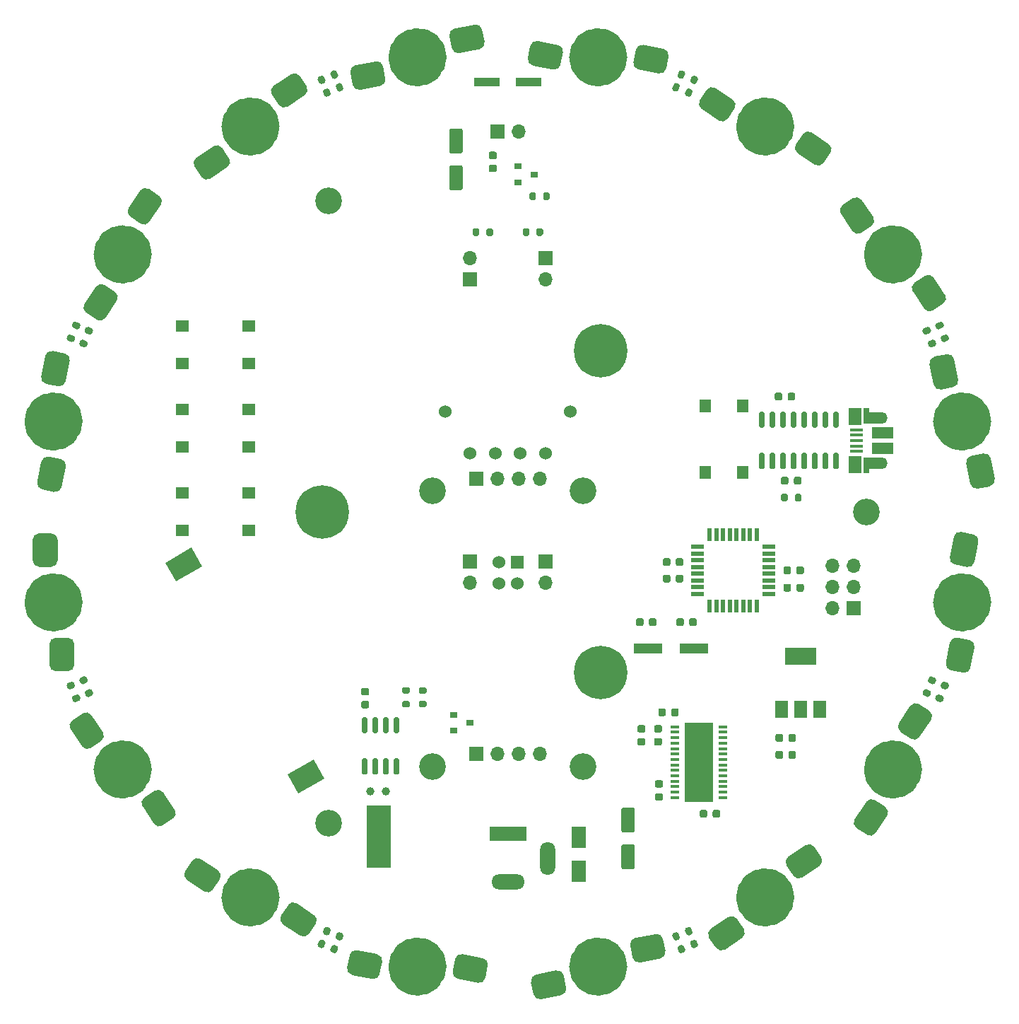
<source format=gts>
%TF.GenerationSoftware,KiCad,Pcbnew,5.1.10-88a1d61d58~88~ubuntu18.04.1*%
%TF.CreationDate,2021-07-16T18:03:04+01:00*%
%TF.ProjectId,NerdClock,4e657264-436c-46f6-936b-2e6b69636164,rev?*%
%TF.SameCoordinates,Original*%
%TF.FileFunction,Soldermask,Top*%
%TF.FilePolarity,Negative*%
%FSLAX46Y46*%
G04 Gerber Fmt 4.6, Leading zero omitted, Abs format (unit mm)*
G04 Created by KiCad (PCBNEW 5.1.10-88a1d61d58~88~ubuntu18.04.1) date 2021-07-16 18:03:04*
%MOMM*%
%LPD*%
G01*
G04 APERTURE LIST*
%ADD10C,0.100000*%
%ADD11C,3.500000*%
%ADD12R,1.600000X1.400000*%
%ADD13R,1.700000X1.700000*%
%ADD14O,1.700000X1.700000*%
%ADD15C,1.524000*%
%ADD16R,1.100000X0.400000*%
%ADD17R,3.400000X9.500000*%
%ADD18C,3.200000*%
%ADD19C,6.400000*%
%ADD20C,0.800000*%
%ADD21O,1.800000X4.000000*%
%ADD22O,4.000000X1.800000*%
%ADD23R,4.400000X1.800000*%
%ADD24R,2.000000X1.350000*%
%ADD25R,0.700000X1.825000*%
%ADD26R,1.500000X2.000000*%
%ADD27R,1.650000X0.400000*%
%ADD28O,1.500000X1.100000*%
%ADD29O,1.700000X1.350000*%
%ADD30R,2.500000X1.430000*%
%ADD31R,0.900000X0.800000*%
%ADD32R,1.400000X1.600000*%
%ADD33R,3.800000X2.000000*%
%ADD34R,1.600000X0.550000*%
%ADD35R,0.550000X1.600000*%
%ADD36R,1.524000X1.524000*%
%ADD37R,3.500000X1.200000*%
%ADD38C,1.000000*%
%ADD39R,3.150000X1.000000*%
%ADD40R,1.800000X2.500000*%
G04 APERTURE END LIST*
D10*
G36*
X85852000Y-142494000D02*
G01*
X83058000Y-142494000D01*
X83058000Y-135128000D01*
X85852000Y-135128000D01*
X85852000Y-142494000D01*
G37*
X85852000Y-142494000D02*
X83058000Y-142494000D01*
X83058000Y-135128000D01*
X85852000Y-135128000D01*
X85852000Y-142494000D01*
D11*
X90922000Y-45566000D02*
G75*
G03*
X90922000Y-45566000I-1750000J0D01*
G01*
X70916000Y-53853000D02*
G75*
G03*
X70916000Y-53853000I-1750000J0D01*
G01*
X55603000Y-69166000D02*
G75*
G03*
X55603000Y-69166000I-1750000J0D01*
G01*
X47316000Y-89172000D02*
G75*
G03*
X47316000Y-89172000I-1750000J0D01*
G01*
X47316000Y-110828000D02*
G75*
G03*
X47316000Y-110828000I-1750000J0D01*
G01*
X55603000Y-130834000D02*
G75*
G03*
X55603000Y-130834000I-1750000J0D01*
G01*
X70916000Y-146147000D02*
G75*
G03*
X70916000Y-146147000I-1750000J0D01*
G01*
X90922000Y-154434000D02*
G75*
G03*
X90922000Y-154434000I-1750000J0D01*
G01*
X112578000Y-154434000D02*
G75*
G03*
X112578000Y-154434000I-1750000J0D01*
G01*
X132584000Y-146147000D02*
G75*
G03*
X132584000Y-146147000I-1750000J0D01*
G01*
X147897000Y-130834000D02*
G75*
G03*
X147897000Y-130834000I-1750000J0D01*
G01*
X156184000Y-110828000D02*
G75*
G03*
X156184000Y-110828000I-1750000J0D01*
G01*
X156184000Y-89172000D02*
G75*
G03*
X156184000Y-89172000I-1750000J0D01*
G01*
X147897000Y-69166000D02*
G75*
G03*
X147897000Y-69166000I-1750000J0D01*
G01*
X132584000Y-53853000D02*
G75*
G03*
X132584000Y-53853000I-1750000J0D01*
G01*
X112578000Y-45566000D02*
G75*
G03*
X112578000Y-45566000I-1750000J0D01*
G01*
D12*
X61000000Y-82250000D03*
X69000000Y-82250000D03*
X61000000Y-77750000D03*
X69000000Y-77750000D03*
D13*
X96190000Y-96000000D03*
D14*
X98730000Y-96000000D03*
X101270000Y-96000000D03*
X103810000Y-96000000D03*
X103810000Y-129000000D03*
X101270000Y-129000000D03*
X98730000Y-129000000D03*
D13*
X96190000Y-129000000D03*
D15*
X95500000Y-93000000D03*
X98500000Y-93000000D03*
X101500000Y-93000000D03*
X104500000Y-93000000D03*
X92500000Y-88000000D03*
X107500000Y-88000000D03*
D16*
X120056000Y-125738000D03*
X120056000Y-126388000D03*
X120056000Y-127038000D03*
X120056000Y-127688000D03*
X120056000Y-128338000D03*
X120056000Y-128988000D03*
X120056000Y-129638000D03*
X120056000Y-130288000D03*
X120056000Y-130938000D03*
X120056000Y-131588000D03*
X120056000Y-132238000D03*
X120056000Y-132888000D03*
X120056000Y-133538000D03*
X120056000Y-134188000D03*
X125756000Y-134188000D03*
X125756000Y-133538000D03*
X125756000Y-132888000D03*
X125756000Y-132238000D03*
X125756000Y-131588000D03*
X125756000Y-130938000D03*
X125756000Y-130288000D03*
X125756000Y-129638000D03*
X125756000Y-128988000D03*
X125756000Y-128338000D03*
X125756000Y-127688000D03*
X125756000Y-127038000D03*
X125756000Y-126388000D03*
X125756000Y-125738000D03*
D17*
X122906000Y-129963000D03*
D18*
X109000000Y-130500000D03*
D19*
X111114000Y-80749000D03*
D20*
X113514000Y-80749000D03*
X112811056Y-82446056D03*
X111114000Y-83149000D03*
X109416944Y-82446056D03*
X108714000Y-80749000D03*
X109416944Y-79051944D03*
X111114000Y-78349000D03*
X112811056Y-79051944D03*
D19*
X111114000Y-119251000D03*
D20*
X113514000Y-119251000D03*
X112811056Y-120948056D03*
X111114000Y-121651000D03*
X109416944Y-120948056D03*
X108714000Y-119251000D03*
X109416944Y-117553944D03*
X111114000Y-116851000D03*
X112811056Y-117553944D03*
X79468056Y-98302944D03*
X77771000Y-97600000D03*
X76073944Y-98302944D03*
X75371000Y-100000000D03*
X76073944Y-101697056D03*
X77771000Y-102400000D03*
X79468056Y-101697056D03*
X80171000Y-100000000D03*
D19*
X77771000Y-100000000D03*
D10*
G36*
X73616154Y-131461439D02*
G01*
X76733846Y-129661439D01*
X78033846Y-131913105D01*
X74916154Y-133713105D01*
X73616154Y-131461439D01*
G37*
G36*
X58966154Y-106086895D02*
G01*
X62083846Y-104286895D01*
X63383846Y-106538561D01*
X60266154Y-108338561D01*
X58966154Y-106086895D01*
G37*
G36*
G01*
X113850000Y-135400000D02*
X114950000Y-135400000D01*
G75*
G02*
X115200000Y-135650000I0J-250000D01*
G01*
X115200000Y-138150000D01*
G75*
G02*
X114950000Y-138400000I-250000J0D01*
G01*
X113850000Y-138400000D01*
G75*
G02*
X113600000Y-138150000I0J250000D01*
G01*
X113600000Y-135650000D01*
G75*
G02*
X113850000Y-135400000I250000J0D01*
G01*
G37*
G36*
G01*
X113850000Y-139800000D02*
X114950000Y-139800000D01*
G75*
G02*
X115200000Y-140050000I0J-250000D01*
G01*
X115200000Y-142550000D01*
G75*
G02*
X114950000Y-142800000I-250000J0D01*
G01*
X113850000Y-142800000D01*
G75*
G02*
X113600000Y-142550000I0J250000D01*
G01*
X113600000Y-140050000D01*
G75*
G02*
X113850000Y-139800000I250000J0D01*
G01*
G37*
G36*
G01*
X132969000Y-128838000D02*
X132969000Y-129338000D01*
G75*
G02*
X132744000Y-129563000I-225000J0D01*
G01*
X132294000Y-129563000D01*
G75*
G02*
X132069000Y-129338000I0J225000D01*
G01*
X132069000Y-128838000D01*
G75*
G02*
X132294000Y-128613000I225000J0D01*
G01*
X132744000Y-128613000D01*
G75*
G02*
X132969000Y-128838000I0J-225000D01*
G01*
G37*
G36*
G01*
X134519000Y-128838000D02*
X134519000Y-129338000D01*
G75*
G02*
X134294000Y-129563000I-225000J0D01*
G01*
X133844000Y-129563000D01*
G75*
G02*
X133619000Y-129338000I0J225000D01*
G01*
X133619000Y-128838000D01*
G75*
G02*
X133844000Y-128613000I225000J0D01*
G01*
X134294000Y-128613000D01*
G75*
G02*
X134519000Y-128838000I0J-225000D01*
G01*
G37*
G36*
G01*
X134519000Y-126806000D02*
X134519000Y-127306000D01*
G75*
G02*
X134294000Y-127531000I-225000J0D01*
G01*
X133844000Y-127531000D01*
G75*
G02*
X133619000Y-127306000I0J225000D01*
G01*
X133619000Y-126806000D01*
G75*
G02*
X133844000Y-126581000I225000J0D01*
G01*
X134294000Y-126581000D01*
G75*
G02*
X134519000Y-126806000I0J-225000D01*
G01*
G37*
G36*
G01*
X132969000Y-126806000D02*
X132969000Y-127306000D01*
G75*
G02*
X132744000Y-127531000I-225000J0D01*
G01*
X132294000Y-127531000D01*
G75*
G02*
X132069000Y-127306000I0J225000D01*
G01*
X132069000Y-126806000D01*
G75*
G02*
X132294000Y-126581000I225000J0D01*
G01*
X132744000Y-126581000D01*
G75*
G02*
X132969000Y-126806000I0J-225000D01*
G01*
G37*
G36*
G01*
X120475000Y-123750000D02*
X120475000Y-124250000D01*
G75*
G02*
X120250000Y-124475000I-225000J0D01*
G01*
X119800000Y-124475000D01*
G75*
G02*
X119575000Y-124250000I0J225000D01*
G01*
X119575000Y-123750000D01*
G75*
G02*
X119800000Y-123525000I225000J0D01*
G01*
X120250000Y-123525000D01*
G75*
G02*
X120475000Y-123750000I0J-225000D01*
G01*
G37*
G36*
G01*
X118925000Y-123750000D02*
X118925000Y-124250000D01*
G75*
G02*
X118700000Y-124475000I-225000J0D01*
G01*
X118250000Y-124475000D01*
G75*
G02*
X118025000Y-124250000I0J225000D01*
G01*
X118025000Y-123750000D01*
G75*
G02*
X118250000Y-123525000I225000J0D01*
G01*
X118700000Y-123525000D01*
G75*
G02*
X118925000Y-123750000I0J-225000D01*
G01*
G37*
G36*
G01*
X119475000Y-105750000D02*
X119475000Y-106250000D01*
G75*
G02*
X119250000Y-106475000I-225000J0D01*
G01*
X118800000Y-106475000D01*
G75*
G02*
X118575000Y-106250000I0J225000D01*
G01*
X118575000Y-105750000D01*
G75*
G02*
X118800000Y-105525000I225000J0D01*
G01*
X119250000Y-105525000D01*
G75*
G02*
X119475000Y-105750000I0J-225000D01*
G01*
G37*
G36*
G01*
X121025000Y-105750000D02*
X121025000Y-106250000D01*
G75*
G02*
X120800000Y-106475000I-225000J0D01*
G01*
X120350000Y-106475000D01*
G75*
G02*
X120125000Y-106250000I0J225000D01*
G01*
X120125000Y-105750000D01*
G75*
G02*
X120350000Y-105525000I225000J0D01*
G01*
X120800000Y-105525000D01*
G75*
G02*
X121025000Y-105750000I0J-225000D01*
G01*
G37*
G36*
G01*
X134575000Y-109335001D02*
X134575000Y-108835001D01*
G75*
G02*
X134800000Y-108610001I225000J0D01*
G01*
X135250000Y-108610001D01*
G75*
G02*
X135475000Y-108835001I0J-225000D01*
G01*
X135475000Y-109335001D01*
G75*
G02*
X135250000Y-109560001I-225000J0D01*
G01*
X134800000Y-109560001D01*
G75*
G02*
X134575000Y-109335001I0J225000D01*
G01*
G37*
G36*
G01*
X133025000Y-109335001D02*
X133025000Y-108835001D01*
G75*
G02*
X133250000Y-108610001I225000J0D01*
G01*
X133700000Y-108610001D01*
G75*
G02*
X133925000Y-108835001I0J-225000D01*
G01*
X133925000Y-109335001D01*
G75*
G02*
X133700000Y-109560001I-225000J0D01*
G01*
X133250000Y-109560001D01*
G75*
G02*
X133025000Y-109335001I0J225000D01*
G01*
G37*
G36*
G01*
X121025000Y-107750000D02*
X121025000Y-108250000D01*
G75*
G02*
X120800000Y-108475000I-225000J0D01*
G01*
X120350000Y-108475000D01*
G75*
G02*
X120125000Y-108250000I0J225000D01*
G01*
X120125000Y-107750000D01*
G75*
G02*
X120350000Y-107525000I225000J0D01*
G01*
X120800000Y-107525000D01*
G75*
G02*
X121025000Y-107750000I0J-225000D01*
G01*
G37*
G36*
G01*
X119475000Y-107750000D02*
X119475000Y-108250000D01*
G75*
G02*
X119250000Y-108475000I-225000J0D01*
G01*
X118800000Y-108475000D01*
G75*
G02*
X118575000Y-108250000I0J225000D01*
G01*
X118575000Y-107750000D01*
G75*
G02*
X118800000Y-107525000I225000J0D01*
G01*
X119250000Y-107525000D01*
G75*
G02*
X119475000Y-107750000I0J-225000D01*
G01*
G37*
G36*
G01*
X117750000Y-127075000D02*
X118250000Y-127075000D01*
G75*
G02*
X118475000Y-127300000I0J-225000D01*
G01*
X118475000Y-127750000D01*
G75*
G02*
X118250000Y-127975000I-225000J0D01*
G01*
X117750000Y-127975000D01*
G75*
G02*
X117525000Y-127750000I0J225000D01*
G01*
X117525000Y-127300000D01*
G75*
G02*
X117750000Y-127075000I225000J0D01*
G01*
G37*
G36*
G01*
X117750000Y-125525000D02*
X118250000Y-125525000D01*
G75*
G02*
X118475000Y-125750000I0J-225000D01*
G01*
X118475000Y-126200000D01*
G75*
G02*
X118250000Y-126425000I-225000J0D01*
G01*
X117750000Y-126425000D01*
G75*
G02*
X117525000Y-126200000I0J225000D01*
G01*
X117525000Y-125750000D01*
G75*
G02*
X117750000Y-125525000I225000J0D01*
G01*
G37*
G36*
G01*
X115750000Y-125525000D02*
X116250000Y-125525000D01*
G75*
G02*
X116475000Y-125750000I0J-225000D01*
G01*
X116475000Y-126200000D01*
G75*
G02*
X116250000Y-126425000I-225000J0D01*
G01*
X115750000Y-126425000D01*
G75*
G02*
X115525000Y-126200000I0J225000D01*
G01*
X115525000Y-125750000D01*
G75*
G02*
X115750000Y-125525000I225000J0D01*
G01*
G37*
G36*
G01*
X115750000Y-127075000D02*
X116250000Y-127075000D01*
G75*
G02*
X116475000Y-127300000I0J-225000D01*
G01*
X116475000Y-127750000D01*
G75*
G02*
X116250000Y-127975000I-225000J0D01*
G01*
X115750000Y-127975000D01*
G75*
G02*
X115525000Y-127750000I0J225000D01*
G01*
X115525000Y-127300000D01*
G75*
G02*
X115750000Y-127075000I225000J0D01*
G01*
G37*
G36*
G01*
X133925000Y-106750000D02*
X133925000Y-107250000D01*
G75*
G02*
X133700000Y-107475000I-225000J0D01*
G01*
X133250000Y-107475000D01*
G75*
G02*
X133025000Y-107250000I0J225000D01*
G01*
X133025000Y-106750000D01*
G75*
G02*
X133250000Y-106525000I225000J0D01*
G01*
X133700000Y-106525000D01*
G75*
G02*
X133925000Y-106750000I0J-225000D01*
G01*
G37*
G36*
G01*
X135475000Y-106750000D02*
X135475000Y-107250000D01*
G75*
G02*
X135250000Y-107475000I-225000J0D01*
G01*
X134800000Y-107475000D01*
G75*
G02*
X134575000Y-107250000I0J225000D01*
G01*
X134575000Y-106750000D01*
G75*
G02*
X134800000Y-106525000I225000J0D01*
G01*
X135250000Y-106525000D01*
G75*
G02*
X135475000Y-106750000I0J-225000D01*
G01*
G37*
G36*
G01*
X117860000Y-132125000D02*
X118360000Y-132125000D01*
G75*
G02*
X118585000Y-132350000I0J-225000D01*
G01*
X118585000Y-132800000D01*
G75*
G02*
X118360000Y-133025000I-225000J0D01*
G01*
X117860000Y-133025000D01*
G75*
G02*
X117635000Y-132800000I0J225000D01*
G01*
X117635000Y-132350000D01*
G75*
G02*
X117860000Y-132125000I225000J0D01*
G01*
G37*
G36*
G01*
X117860000Y-133675000D02*
X118360000Y-133675000D01*
G75*
G02*
X118585000Y-133900000I0J-225000D01*
G01*
X118585000Y-134350000D01*
G75*
G02*
X118360000Y-134575000I-225000J0D01*
G01*
X117860000Y-134575000D01*
G75*
G02*
X117635000Y-134350000I0J225000D01*
G01*
X117635000Y-133900000D01*
G75*
G02*
X117860000Y-133675000I225000J0D01*
G01*
G37*
G36*
G01*
X117811000Y-112950000D02*
X117811000Y-113450000D01*
G75*
G02*
X117586000Y-113675000I-225000J0D01*
G01*
X117136000Y-113675000D01*
G75*
G02*
X116911000Y-113450000I0J225000D01*
G01*
X116911000Y-112950000D01*
G75*
G02*
X117136000Y-112725000I225000J0D01*
G01*
X117586000Y-112725000D01*
G75*
G02*
X117811000Y-112950000I0J-225000D01*
G01*
G37*
G36*
G01*
X116261000Y-112950000D02*
X116261000Y-113450000D01*
G75*
G02*
X116036000Y-113675000I-225000J0D01*
G01*
X115586000Y-113675000D01*
G75*
G02*
X115361000Y-113450000I0J225000D01*
G01*
X115361000Y-112950000D01*
G75*
G02*
X115586000Y-112725000I225000J0D01*
G01*
X116036000Y-112725000D01*
G75*
G02*
X116261000Y-112950000I0J-225000D01*
G01*
G37*
G36*
G01*
X123893000Y-135894000D02*
X123893000Y-136394000D01*
G75*
G02*
X123668000Y-136619000I-225000J0D01*
G01*
X123218000Y-136619000D01*
G75*
G02*
X122993000Y-136394000I0J225000D01*
G01*
X122993000Y-135894000D01*
G75*
G02*
X123218000Y-135669000I225000J0D01*
G01*
X123668000Y-135669000D01*
G75*
G02*
X123893000Y-135894000I0J-225000D01*
G01*
G37*
G36*
G01*
X125443000Y-135894000D02*
X125443000Y-136394000D01*
G75*
G02*
X125218000Y-136619000I-225000J0D01*
G01*
X124768000Y-136619000D01*
G75*
G02*
X124543000Y-136394000I0J225000D01*
G01*
X124543000Y-135894000D01*
G75*
G02*
X124768000Y-135669000I225000J0D01*
G01*
X125218000Y-135669000D01*
G75*
G02*
X125443000Y-135894000I0J-225000D01*
G01*
G37*
G36*
G01*
X120187000Y-113450000D02*
X120187000Y-112950000D01*
G75*
G02*
X120412000Y-112725000I225000J0D01*
G01*
X120862000Y-112725000D01*
G75*
G02*
X121087000Y-112950000I0J-225000D01*
G01*
X121087000Y-113450000D01*
G75*
G02*
X120862000Y-113675000I-225000J0D01*
G01*
X120412000Y-113675000D01*
G75*
G02*
X120187000Y-113450000I0J225000D01*
G01*
G37*
G36*
G01*
X121737000Y-113450000D02*
X121737000Y-112950000D01*
G75*
G02*
X121962000Y-112725000I225000J0D01*
G01*
X122412000Y-112725000D01*
G75*
G02*
X122637000Y-112950000I0J-225000D01*
G01*
X122637000Y-113450000D01*
G75*
G02*
X122412000Y-113675000I-225000J0D01*
G01*
X121962000Y-113675000D01*
G75*
G02*
X121737000Y-113450000I0J225000D01*
G01*
G37*
G36*
G01*
X83150000Y-121975000D02*
X82650000Y-121975000D01*
G75*
G02*
X82425000Y-121750000I0J225000D01*
G01*
X82425000Y-121300000D01*
G75*
G02*
X82650000Y-121075000I225000J0D01*
G01*
X83150000Y-121075000D01*
G75*
G02*
X83375000Y-121300000I0J-225000D01*
G01*
X83375000Y-121750000D01*
G75*
G02*
X83150000Y-121975000I-225000J0D01*
G01*
G37*
G36*
G01*
X83150000Y-123525000D02*
X82650000Y-123525000D01*
G75*
G02*
X82425000Y-123300000I0J225000D01*
G01*
X82425000Y-122850000D01*
G75*
G02*
X82650000Y-122625000I225000J0D01*
G01*
X83150000Y-122625000D01*
G75*
G02*
X83375000Y-122850000I0J-225000D01*
G01*
X83375000Y-123300000D01*
G75*
G02*
X83150000Y-123525000I-225000J0D01*
G01*
G37*
G36*
G01*
X133625000Y-96016000D02*
X133625000Y-96516000D01*
G75*
G02*
X133400000Y-96741000I-225000J0D01*
G01*
X132950000Y-96741000D01*
G75*
G02*
X132725000Y-96516000I0J225000D01*
G01*
X132725000Y-96016000D01*
G75*
G02*
X132950000Y-95791000I225000J0D01*
G01*
X133400000Y-95791000D01*
G75*
G02*
X133625000Y-96016000I0J-225000D01*
G01*
G37*
G36*
G01*
X135175000Y-96016000D02*
X135175000Y-96516000D01*
G75*
G02*
X134950000Y-96741000I-225000J0D01*
G01*
X134500000Y-96741000D01*
G75*
G02*
X134275000Y-96516000I0J225000D01*
G01*
X134275000Y-96016000D01*
G75*
G02*
X134500000Y-95791000I225000J0D01*
G01*
X134950000Y-95791000D01*
G75*
G02*
X135175000Y-96016000I0J-225000D01*
G01*
G37*
G36*
G01*
X131975000Y-86450000D02*
X131975000Y-85950000D01*
G75*
G02*
X132200000Y-85725000I225000J0D01*
G01*
X132650000Y-85725000D01*
G75*
G02*
X132875000Y-85950000I0J-225000D01*
G01*
X132875000Y-86450000D01*
G75*
G02*
X132650000Y-86675000I-225000J0D01*
G01*
X132200000Y-86675000D01*
G75*
G02*
X131975000Y-86450000I0J225000D01*
G01*
G37*
G36*
G01*
X133525000Y-86450000D02*
X133525000Y-85950000D01*
G75*
G02*
X133750000Y-85725000I225000J0D01*
G01*
X134200000Y-85725000D01*
G75*
G02*
X134425000Y-85950000I0J-225000D01*
G01*
X134425000Y-86450000D01*
G75*
G02*
X134200000Y-86675000I-225000J0D01*
G01*
X133750000Y-86675000D01*
G75*
G02*
X133525000Y-86450000I0J225000D01*
G01*
G37*
G36*
G01*
X81419031Y-48885105D02*
X81127679Y-47413673D01*
G75*
G02*
X81717719Y-46532281I735716J145676D01*
G01*
X84170107Y-46046695D01*
G75*
G02*
X85051499Y-46636735I145676J-735716D01*
G01*
X85342851Y-48108167D01*
G75*
G02*
X84752811Y-48989559I-735716J-145676D01*
G01*
X82300423Y-49475145D01*
G75*
G02*
X81419031Y-48885105I-145676J735716D01*
G01*
G37*
G36*
G01*
X96924969Y-42246895D02*
X97216321Y-43718327D01*
G75*
G02*
X96626281Y-44599719I-735716J-145676D01*
G01*
X94173893Y-45085305D01*
G75*
G02*
X93292501Y-44495265I-145676J735716D01*
G01*
X93001149Y-43023833D01*
G75*
G02*
X93591189Y-42142441I735716J145676D01*
G01*
X96043577Y-41656855D01*
G75*
G02*
X96924969Y-42246895I145676J-735716D01*
G01*
G37*
G36*
G01*
X75048104Y-47809338D02*
X75882547Y-49055815D01*
G75*
G02*
X75676531Y-50096275I-623238J-417222D01*
G01*
X73599070Y-51487014D01*
G75*
G02*
X72558610Y-51280998I-417222J623238D01*
G01*
X71724167Y-50034521D01*
G75*
G02*
X71930183Y-48994061I623238J417222D01*
G01*
X74007644Y-47603322D01*
G75*
G02*
X75048104Y-47809338I417222J-623238D01*
G01*
G37*
G36*
G01*
X63283896Y-59896662D02*
X62449453Y-58650185D01*
G75*
G02*
X62655469Y-57609725I623238J417222D01*
G01*
X64732930Y-56218986D01*
G75*
G02*
X65773390Y-56425002I417222J-623238D01*
G01*
X66607833Y-57671479D01*
G75*
G02*
X66401817Y-58711939I-623238J-417222D01*
G01*
X64324356Y-60102678D01*
G75*
G02*
X63283896Y-59896662I-417222J623238D01*
G01*
G37*
G36*
G01*
X50717784Y-76995139D02*
X49471307Y-76160696D01*
G75*
G02*
X49265291Y-75120236I417222J623238D01*
G01*
X50656030Y-73042775D01*
G75*
G02*
X51696490Y-72836759I623238J-417222D01*
G01*
X52942967Y-73671202D01*
G75*
G02*
X53148983Y-74711662I-417222J-623238D01*
G01*
X51758244Y-76789123D01*
G75*
G02*
X50717784Y-76995139I-623238J417222D01*
G01*
G37*
G36*
G01*
X56988216Y-61336861D02*
X58234693Y-62171304D01*
G75*
G02*
X58440709Y-63211764I-417222J-623238D01*
G01*
X57049970Y-65289225D01*
G75*
G02*
X56009510Y-65495241I-623238J417222D01*
G01*
X54763033Y-64660798D01*
G75*
G02*
X54557017Y-63620338I417222J623238D01*
G01*
X55947756Y-61542877D01*
G75*
G02*
X56988216Y-61336861I623238J-417222D01*
G01*
G37*
G36*
G01*
X45451763Y-80739210D02*
X46923195Y-81030562D01*
G75*
G02*
X47513235Y-81911954I-145676J-735716D01*
G01*
X47027649Y-84364342D01*
G75*
G02*
X46146257Y-84954382I-735716J145676D01*
G01*
X44674825Y-84663030D01*
G75*
G02*
X44084785Y-83781638I145676J735716D01*
G01*
X44570371Y-81329250D01*
G75*
G02*
X45451763Y-80739210I735716J-145676D01*
G01*
G37*
G36*
G01*
X45680237Y-97604790D02*
X44208805Y-97313438D01*
G75*
G02*
X43618765Y-96432046I145676J735716D01*
G01*
X44104351Y-93979658D01*
G75*
G02*
X44985743Y-93389618I735716J-145676D01*
G01*
X46457175Y-93680970D01*
G75*
G02*
X47047215Y-94562362I-145676J-735716D01*
G01*
X46561629Y-97014750D01*
G75*
G02*
X45680237Y-97604790I-735716J145676D01*
G01*
G37*
G36*
G01*
X47316000Y-119078000D02*
X45816000Y-119078000D01*
G75*
G02*
X45066000Y-118328000I0J750000D01*
G01*
X45066000Y-115828000D01*
G75*
G02*
X45816000Y-115078000I750000J0D01*
G01*
X47316000Y-115078000D01*
G75*
G02*
X48066000Y-115828000I0J-750000D01*
G01*
X48066000Y-118328000D01*
G75*
G02*
X47316000Y-119078000I-750000J0D01*
G01*
G37*
G36*
G01*
X43816000Y-102578000D02*
X45316000Y-102578000D01*
G75*
G02*
X46066000Y-103328000I0J-750000D01*
G01*
X46066000Y-105828000D01*
G75*
G02*
X45316000Y-106578000I-750000J0D01*
G01*
X43816000Y-106578000D01*
G75*
G02*
X43066000Y-105828000I0J750000D01*
G01*
X43066000Y-103328000D01*
G75*
G02*
X43816000Y-102578000I750000J0D01*
G01*
G37*
G36*
G01*
X47809338Y-124951896D02*
X49055815Y-124117453D01*
G75*
G02*
X50096275Y-124323469I417222J-623238D01*
G01*
X51487014Y-126400930D01*
G75*
G02*
X51280998Y-127441390I-623238J-417222D01*
G01*
X50034521Y-128275833D01*
G75*
G02*
X48994061Y-128069817I-417222J623238D01*
G01*
X47603322Y-125992356D01*
G75*
G02*
X47809338Y-124951896I623238J417222D01*
G01*
G37*
G36*
G01*
X59896662Y-136716104D02*
X58650185Y-137550547D01*
G75*
G02*
X57609725Y-137344531I-417222J623238D01*
G01*
X56218986Y-135267070D01*
G75*
G02*
X56425002Y-134226610I623238J417222D01*
G01*
X57671479Y-133392167D01*
G75*
G02*
X58711939Y-133598183I417222J-623238D01*
G01*
X60102678Y-135675644D01*
G75*
G02*
X59896662Y-136716104I-623238J-417222D01*
G01*
G37*
G36*
G01*
X76995139Y-149282216D02*
X76160696Y-150528693D01*
G75*
G02*
X75120236Y-150734709I-623238J417222D01*
G01*
X73042775Y-149343970D01*
G75*
G02*
X72836759Y-148303510I417222J623238D01*
G01*
X73671202Y-147057033D01*
G75*
G02*
X74711662Y-146851017I623238J-417222D01*
G01*
X76789123Y-148241756D01*
G75*
G02*
X76995139Y-149282216I-417222J-623238D01*
G01*
G37*
G36*
G01*
X61336861Y-143011784D02*
X62171304Y-141765307D01*
G75*
G02*
X63211764Y-141559291I623238J-417222D01*
G01*
X65289225Y-142950030D01*
G75*
G02*
X65495241Y-143990490I-417222J-623238D01*
G01*
X64660798Y-145236967D01*
G75*
G02*
X63620338Y-145442983I-623238J417222D01*
G01*
X61542877Y-144052244D01*
G75*
G02*
X61336861Y-143011784I417222J623238D01*
G01*
G37*
G36*
G01*
X80739210Y-154548237D02*
X81030562Y-153076805D01*
G75*
G02*
X81911954Y-152486765I735716J-145676D01*
G01*
X84364342Y-152972351D01*
G75*
G02*
X84954382Y-153853743I-145676J-735716D01*
G01*
X84663030Y-155325175D01*
G75*
G02*
X83781638Y-155915215I-735716J145676D01*
G01*
X81329250Y-155429629D01*
G75*
G02*
X80739210Y-154548237I145676J735716D01*
G01*
G37*
G36*
G01*
X97604790Y-154319763D02*
X97313438Y-155791195D01*
G75*
G02*
X96432046Y-156381235I-735716J145676D01*
G01*
X93979658Y-155895649D01*
G75*
G02*
X93389618Y-155014257I145676J735716D01*
G01*
X93680970Y-153542825D01*
G75*
G02*
X94562362Y-152952785I735716J-145676D01*
G01*
X97014750Y-153438371D01*
G75*
G02*
X97604790Y-154319763I-145676J-735716D01*
G01*
G37*
G36*
G01*
X118580969Y-151114895D02*
X118872321Y-152586327D01*
G75*
G02*
X118282281Y-153467719I-735716J-145676D01*
G01*
X115829893Y-153953305D01*
G75*
G02*
X114948501Y-153363265I-145676J735716D01*
G01*
X114657149Y-151891833D01*
G75*
G02*
X115247189Y-151010441I735716J145676D01*
G01*
X117699577Y-150524855D01*
G75*
G02*
X118580969Y-151114895I145676J-735716D01*
G01*
G37*
G36*
G01*
X103075031Y-157753105D02*
X102783679Y-156281673D01*
G75*
G02*
X103373719Y-155400281I735716J145676D01*
G01*
X105826107Y-154914695D01*
G75*
G02*
X106707499Y-155504735I145676J-735716D01*
G01*
X106998851Y-156976167D01*
G75*
G02*
X106408811Y-157857559I-735716J-145676D01*
G01*
X103956423Y-158343145D01*
G75*
G02*
X103075031Y-157753105I-145676J735716D01*
G01*
G37*
G36*
G01*
X124951896Y-152190662D02*
X124117453Y-150944185D01*
G75*
G02*
X124323469Y-149903725I623238J417222D01*
G01*
X126400930Y-148512986D01*
G75*
G02*
X127441390Y-148719002I417222J-623238D01*
G01*
X128275833Y-149965479D01*
G75*
G02*
X128069817Y-151005939I-623238J-417222D01*
G01*
X125992356Y-152396678D01*
G75*
G02*
X124951896Y-152190662I-417222J623238D01*
G01*
G37*
G36*
G01*
X136716104Y-140103338D02*
X137550547Y-141349815D01*
G75*
G02*
X137344531Y-142390275I-623238J-417222D01*
G01*
X135267070Y-143781014D01*
G75*
G02*
X134226610Y-143574998I-417222J623238D01*
G01*
X133392167Y-142328521D01*
G75*
G02*
X133598183Y-141288061I623238J417222D01*
G01*
X135675644Y-139897322D01*
G75*
G02*
X136716104Y-140103338I417222J-623238D01*
G01*
G37*
G36*
G01*
X149282216Y-123004861D02*
X150528693Y-123839304D01*
G75*
G02*
X150734709Y-124879764I-417222J-623238D01*
G01*
X149343970Y-126957225D01*
G75*
G02*
X148303510Y-127163241I-623238J417222D01*
G01*
X147057033Y-126328798D01*
G75*
G02*
X146851017Y-125288338I417222J623238D01*
G01*
X148241756Y-123210877D01*
G75*
G02*
X149282216Y-123004861I623238J-417222D01*
G01*
G37*
G36*
G01*
X143011784Y-138663139D02*
X141765307Y-137828696D01*
G75*
G02*
X141559291Y-136788236I417222J623238D01*
G01*
X142950030Y-134710775D01*
G75*
G02*
X143990490Y-134504759I623238J-417222D01*
G01*
X145236967Y-135339202D01*
G75*
G02*
X145442983Y-136379662I-417222J-623238D01*
G01*
X144052244Y-138457123D01*
G75*
G02*
X143011784Y-138663139I-623238J417222D01*
G01*
G37*
G36*
G01*
X154548237Y-119260790D02*
X153076805Y-118969438D01*
G75*
G02*
X152486765Y-118088046I145676J735716D01*
G01*
X152972351Y-115635658D01*
G75*
G02*
X153853743Y-115045618I735716J-145676D01*
G01*
X155325175Y-115336970D01*
G75*
G02*
X155915215Y-116218362I-145676J-735716D01*
G01*
X155429629Y-118670750D01*
G75*
G02*
X154548237Y-119260790I-735716J145676D01*
G01*
G37*
G36*
G01*
X154319763Y-102395210D02*
X155791195Y-102686562D01*
G75*
G02*
X156381235Y-103567954I-145676J-735716D01*
G01*
X155895649Y-106020342D01*
G75*
G02*
X155014257Y-106610382I-735716J145676D01*
G01*
X153542825Y-106319030D01*
G75*
G02*
X152952785Y-105437638I145676J735716D01*
G01*
X153438371Y-102985250D01*
G75*
G02*
X154319763Y-102395210I735716J-145676D01*
G01*
G37*
G36*
G01*
X157753105Y-96924969D02*
X156281673Y-97216321D01*
G75*
G02*
X155400281Y-96626281I-145676J735716D01*
G01*
X154914695Y-94173893D01*
G75*
G02*
X155504735Y-93292501I735716J145676D01*
G01*
X156976167Y-93001149D01*
G75*
G02*
X157857559Y-93591189I145676J-735716D01*
G01*
X158343145Y-96043577D01*
G75*
G02*
X157753105Y-96924969I-735716J-145676D01*
G01*
G37*
G36*
G01*
X151114895Y-81419031D02*
X152586327Y-81127679D01*
G75*
G02*
X153467719Y-81717719I145676J-735716D01*
G01*
X153953305Y-84170107D01*
G75*
G02*
X153363265Y-85051499I-735716J-145676D01*
G01*
X151891833Y-85342851D01*
G75*
G02*
X151010441Y-84752811I-145676J735716D01*
G01*
X150524855Y-82300423D01*
G75*
G02*
X151114895Y-81419031I735716J145676D01*
G01*
G37*
G36*
G01*
X140103338Y-63283896D02*
X141349815Y-62449453D01*
G75*
G02*
X142390275Y-62655469I417222J-623238D01*
G01*
X143781014Y-64732930D01*
G75*
G02*
X143574998Y-65773390I-623238J-417222D01*
G01*
X142328521Y-66607833D01*
G75*
G02*
X141288061Y-66401817I-417222J623238D01*
G01*
X139897322Y-64324356D01*
G75*
G02*
X140103338Y-63283896I623238J417222D01*
G01*
G37*
G36*
G01*
X152190662Y-75048104D02*
X150944185Y-75882547D01*
G75*
G02*
X149903725Y-75676531I-417222J623238D01*
G01*
X148512986Y-73599070D01*
G75*
G02*
X148719002Y-72558610I623238J417222D01*
G01*
X149965479Y-71724167D01*
G75*
G02*
X151005939Y-71930183I417222J-623238D01*
G01*
X152396678Y-74007644D01*
G75*
G02*
X152190662Y-75048104I-623238J-417222D01*
G01*
G37*
G36*
G01*
X123004861Y-50717784D02*
X123839304Y-49471307D01*
G75*
G02*
X124879764Y-49265291I623238J-417222D01*
G01*
X126957225Y-50656030D01*
G75*
G02*
X127163241Y-51696490I-417222J-623238D01*
G01*
X126328798Y-52942967D01*
G75*
G02*
X125288338Y-53148983I-623238J417222D01*
G01*
X123210877Y-51758244D01*
G75*
G02*
X123004861Y-50717784I417222J623238D01*
G01*
G37*
G36*
G01*
X138663139Y-56988216D02*
X137828696Y-58234693D01*
G75*
G02*
X136788236Y-58440709I-623238J417222D01*
G01*
X134710775Y-57049970D01*
G75*
G02*
X134504759Y-56009510I417222J623238D01*
G01*
X135339202Y-54763033D01*
G75*
G02*
X136379662Y-54557017I623238J-417222D01*
G01*
X138457123Y-55947756D01*
G75*
G02*
X138663139Y-56988216I-417222J-623238D01*
G01*
G37*
G36*
G01*
X119260790Y-45451763D02*
X118969438Y-46923195D01*
G75*
G02*
X118088046Y-47513235I-735716J145676D01*
G01*
X115635658Y-47027649D01*
G75*
G02*
X115045618Y-46146257I145676J735716D01*
G01*
X115336970Y-44674825D01*
G75*
G02*
X116218362Y-44084785I735716J-145676D01*
G01*
X118670750Y-44570371D01*
G75*
G02*
X119260790Y-45451763I-145676J-735716D01*
G01*
G37*
G36*
G01*
X102395210Y-45680237D02*
X102686562Y-44208805D01*
G75*
G02*
X103567954Y-43618765I735716J-145676D01*
G01*
X106020342Y-44104351D01*
G75*
G02*
X106610382Y-44985743I-145676J-735716D01*
G01*
X106319030Y-46457175D01*
G75*
G02*
X105437638Y-47047215I-735716J145676D01*
G01*
X102985250Y-46561629D01*
G75*
G02*
X102395210Y-45680237I145676J735716D01*
G01*
G37*
D18*
X143000000Y-100000000D03*
X78500000Y-137239000D03*
X78500000Y-62761000D03*
D14*
X101270000Y-54500000D03*
D13*
X98730000Y-54500000D03*
D21*
X104800000Y-141500000D03*
D22*
X100000000Y-144300000D03*
D23*
X100000000Y-138500000D03*
D13*
X141450000Y-111550000D03*
D14*
X138910000Y-111550000D03*
X141450000Y-109010000D03*
X138910000Y-109010000D03*
X141450000Y-106470000D03*
X138910000Y-106470000D03*
D24*
X143695000Y-88715000D03*
X143695000Y-94195000D03*
D25*
X142945000Y-94415000D03*
X142945000Y-88465000D03*
D26*
X141645000Y-94315000D03*
X141625000Y-88565000D03*
D27*
X141745000Y-92765000D03*
X141745000Y-92115000D03*
X141745000Y-91465000D03*
X141745000Y-90815000D03*
X141745000Y-90165000D03*
D28*
X141625000Y-93885000D03*
X141625000Y-89045000D03*
D29*
X144625000Y-94195000D03*
X144625000Y-88735000D03*
D30*
X144895000Y-92425000D03*
X144895000Y-90505000D03*
D31*
X103200000Y-59600000D03*
X101200000Y-60550000D03*
X101200000Y-58650000D03*
X93500000Y-124272000D03*
X93500000Y-126172000D03*
X95500000Y-125222000D03*
G36*
G01*
X103375000Y-61925000D02*
X103375000Y-62475000D01*
G75*
G02*
X103175000Y-62675000I-200000J0D01*
G01*
X102775000Y-62675000D01*
G75*
G02*
X102575000Y-62475000I0J200000D01*
G01*
X102575000Y-61925000D01*
G75*
G02*
X102775000Y-61725000I200000J0D01*
G01*
X103175000Y-61725000D01*
G75*
G02*
X103375000Y-61925000I0J-200000D01*
G01*
G37*
G36*
G01*
X105025000Y-61925000D02*
X105025000Y-62475000D01*
G75*
G02*
X104825000Y-62675000I-200000J0D01*
G01*
X104425000Y-62675000D01*
G75*
G02*
X104225000Y-62475000I0J200000D01*
G01*
X104225000Y-61925000D01*
G75*
G02*
X104425000Y-61725000I200000J0D01*
G01*
X104825000Y-61725000D01*
G75*
G02*
X105025000Y-61925000I0J-200000D01*
G01*
G37*
G36*
G01*
X97425000Y-66775000D02*
X97425000Y-66225000D01*
G75*
G02*
X97625000Y-66025000I200000J0D01*
G01*
X98025000Y-66025000D01*
G75*
G02*
X98225000Y-66225000I0J-200000D01*
G01*
X98225000Y-66775000D01*
G75*
G02*
X98025000Y-66975000I-200000J0D01*
G01*
X97625000Y-66975000D01*
G75*
G02*
X97425000Y-66775000I0J200000D01*
G01*
G37*
G36*
G01*
X95775000Y-66775000D02*
X95775000Y-66225000D01*
G75*
G02*
X95975000Y-66025000I200000J0D01*
G01*
X96375000Y-66025000D01*
G75*
G02*
X96575000Y-66225000I0J-200000D01*
G01*
X96575000Y-66775000D01*
G75*
G02*
X96375000Y-66975000I-200000J0D01*
G01*
X95975000Y-66975000D01*
G75*
G02*
X95775000Y-66775000I0J200000D01*
G01*
G37*
G36*
G01*
X104225000Y-66225000D02*
X104225000Y-66775000D01*
G75*
G02*
X104025000Y-66975000I-200000J0D01*
G01*
X103625000Y-66975000D01*
G75*
G02*
X103425000Y-66775000I0J200000D01*
G01*
X103425000Y-66225000D01*
G75*
G02*
X103625000Y-66025000I200000J0D01*
G01*
X104025000Y-66025000D01*
G75*
G02*
X104225000Y-66225000I0J-200000D01*
G01*
G37*
G36*
G01*
X102575000Y-66225000D02*
X102575000Y-66775000D01*
G75*
G02*
X102375000Y-66975000I-200000J0D01*
G01*
X101975000Y-66975000D01*
G75*
G02*
X101775000Y-66775000I0J200000D01*
G01*
X101775000Y-66225000D01*
G75*
G02*
X101975000Y-66025000I200000J0D01*
G01*
X102375000Y-66025000D01*
G75*
G02*
X102575000Y-66225000I0J-200000D01*
G01*
G37*
G36*
G01*
X134375000Y-98573000D02*
X134375000Y-98023000D01*
G75*
G02*
X134575000Y-97823000I200000J0D01*
G01*
X134975000Y-97823000D01*
G75*
G02*
X135175000Y-98023000I0J-200000D01*
G01*
X135175000Y-98573000D01*
G75*
G02*
X134975000Y-98773000I-200000J0D01*
G01*
X134575000Y-98773000D01*
G75*
G02*
X134375000Y-98573000I0J200000D01*
G01*
G37*
G36*
G01*
X132725000Y-98573000D02*
X132725000Y-98023000D01*
G75*
G02*
X132925000Y-97823000I200000J0D01*
G01*
X133325000Y-97823000D01*
G75*
G02*
X133525000Y-98023000I0J-200000D01*
G01*
X133525000Y-98573000D01*
G75*
G02*
X133325000Y-98773000I-200000J0D01*
G01*
X132925000Y-98773000D01*
G75*
G02*
X132725000Y-98573000I0J200000D01*
G01*
G37*
G36*
G01*
X88075000Y-123425000D02*
X87525000Y-123425000D01*
G75*
G02*
X87325000Y-123225000I0J200000D01*
G01*
X87325000Y-122825000D01*
G75*
G02*
X87525000Y-122625000I200000J0D01*
G01*
X88075000Y-122625000D01*
G75*
G02*
X88275000Y-122825000I0J-200000D01*
G01*
X88275000Y-123225000D01*
G75*
G02*
X88075000Y-123425000I-200000J0D01*
G01*
G37*
G36*
G01*
X88075000Y-121775000D02*
X87525000Y-121775000D01*
G75*
G02*
X87325000Y-121575000I0J200000D01*
G01*
X87325000Y-121175000D01*
G75*
G02*
X87525000Y-120975000I200000J0D01*
G01*
X88075000Y-120975000D01*
G75*
G02*
X88275000Y-121175000I0J-200000D01*
G01*
X88275000Y-121575000D01*
G75*
G02*
X88075000Y-121775000I-200000J0D01*
G01*
G37*
G36*
G01*
X90075000Y-121775000D02*
X89525000Y-121775000D01*
G75*
G02*
X89325000Y-121575000I0J200000D01*
G01*
X89325000Y-121175000D01*
G75*
G02*
X89525000Y-120975000I200000J0D01*
G01*
X90075000Y-120975000D01*
G75*
G02*
X90275000Y-121175000I0J-200000D01*
G01*
X90275000Y-121575000D01*
G75*
G02*
X90075000Y-121775000I-200000J0D01*
G01*
G37*
G36*
G01*
X90075000Y-123425000D02*
X89525000Y-123425000D01*
G75*
G02*
X89325000Y-123225000I0J200000D01*
G01*
X89325000Y-122825000D01*
G75*
G02*
X89525000Y-122625000I200000J0D01*
G01*
X90075000Y-122625000D01*
G75*
G02*
X90275000Y-122825000I0J-200000D01*
G01*
X90275000Y-123225000D01*
G75*
G02*
X90075000Y-123425000I-200000J0D01*
G01*
G37*
G36*
G01*
X78579113Y-49395573D02*
X78789589Y-49903707D01*
G75*
G02*
X78681350Y-50165020I-184776J-76537D01*
G01*
X78311798Y-50318094D01*
G75*
G02*
X78050485Y-50209855I-76537J184776D01*
G01*
X77840009Y-49701721D01*
G75*
G02*
X77948248Y-49440408I184776J76537D01*
G01*
X78317800Y-49287334D01*
G75*
G02*
X78579113Y-49395573I76537J-184776D01*
G01*
G37*
G36*
G01*
X80103515Y-48764145D02*
X80313991Y-49272279D01*
G75*
G02*
X80205752Y-49533592I-184776J-76537D01*
G01*
X79836200Y-49686666D01*
G75*
G02*
X79574887Y-49578427I-76537J184776D01*
G01*
X79364411Y-49070293D01*
G75*
G02*
X79472650Y-48808980I184776J76537D01*
G01*
X79842202Y-48655906D01*
G75*
G02*
X80103515Y-48764145I76537J-184776D01*
G01*
G37*
G36*
G01*
X79471515Y-47239145D02*
X79681991Y-47747279D01*
G75*
G02*
X79573752Y-48008592I-184776J-76537D01*
G01*
X79204200Y-48161666D01*
G75*
G02*
X78942887Y-48053427I-76537J184776D01*
G01*
X78732411Y-47545293D01*
G75*
G02*
X78840650Y-47283980I184776J76537D01*
G01*
X79210202Y-47130906D01*
G75*
G02*
X79471515Y-47239145I76537J-184776D01*
G01*
G37*
G36*
G01*
X77947113Y-47870573D02*
X78157589Y-48378707D01*
G75*
G02*
X78049350Y-48640020I-184776J-76537D01*
G01*
X77679798Y-48793094D01*
G75*
G02*
X77418485Y-48684855I-76537J184776D01*
G01*
X77208009Y-48176721D01*
G75*
G02*
X77316248Y-47915408I184776J76537D01*
G01*
X77685800Y-47762334D01*
G75*
G02*
X77947113Y-47870573I76537J-184776D01*
G01*
G37*
G36*
G01*
X49701721Y-77840009D02*
X50209855Y-78050485D01*
G75*
G02*
X50318094Y-78311798I-76537J-184776D01*
G01*
X50165020Y-78681350D01*
G75*
G02*
X49903707Y-78789589I-184776J76537D01*
G01*
X49395573Y-78579113D01*
G75*
G02*
X49287334Y-78317800I76537J184776D01*
G01*
X49440408Y-77948248D01*
G75*
G02*
X49701721Y-77840009I184776J-76537D01*
G01*
G37*
G36*
G01*
X49070293Y-79364411D02*
X49578427Y-79574887D01*
G75*
G02*
X49686666Y-79836200I-76537J-184776D01*
G01*
X49533592Y-80205752D01*
G75*
G02*
X49272279Y-80313991I-184776J76537D01*
G01*
X48764145Y-80103515D01*
G75*
G02*
X48655906Y-79842202I76537J184776D01*
G01*
X48808980Y-79472650D01*
G75*
G02*
X49070293Y-79364411I184776J-76537D01*
G01*
G37*
G36*
G01*
X47545293Y-78732411D02*
X48053427Y-78942887D01*
G75*
G02*
X48161666Y-79204200I-76537J-184776D01*
G01*
X48008592Y-79573752D01*
G75*
G02*
X47747279Y-79681991I-184776J76537D01*
G01*
X47239145Y-79471515D01*
G75*
G02*
X47130906Y-79210202I76537J184776D01*
G01*
X47283980Y-78840650D01*
G75*
G02*
X47545293Y-78732411I184776J-76537D01*
G01*
G37*
G36*
G01*
X48176721Y-77208009D02*
X48684855Y-77418485D01*
G75*
G02*
X48793094Y-77679798I-76537J-184776D01*
G01*
X48640020Y-78049350D01*
G75*
G02*
X48378707Y-78157589I-184776J76537D01*
G01*
X47870573Y-77947113D01*
G75*
G02*
X47762334Y-77685800I76537J184776D01*
G01*
X47915408Y-77316248D01*
G75*
G02*
X48176721Y-77208009I184776J-76537D01*
G01*
G37*
G36*
G01*
X49395573Y-121420887D02*
X49903707Y-121210411D01*
G75*
G02*
X50165020Y-121318650I76537J-184776D01*
G01*
X50318094Y-121688202D01*
G75*
G02*
X50209855Y-121949515I-184776J-76537D01*
G01*
X49701721Y-122159991D01*
G75*
G02*
X49440408Y-122051752I-76537J184776D01*
G01*
X49287334Y-121682200D01*
G75*
G02*
X49395573Y-121420887I184776J76537D01*
G01*
G37*
G36*
G01*
X48764145Y-119896485D02*
X49272279Y-119686009D01*
G75*
G02*
X49533592Y-119794248I76537J-184776D01*
G01*
X49686666Y-120163800D01*
G75*
G02*
X49578427Y-120425113I-184776J-76537D01*
G01*
X49070293Y-120635589D01*
G75*
G02*
X48808980Y-120527350I-76537J184776D01*
G01*
X48655906Y-120157798D01*
G75*
G02*
X48764145Y-119896485I184776J76537D01*
G01*
G37*
G36*
G01*
X47239145Y-120528485D02*
X47747279Y-120318009D01*
G75*
G02*
X48008592Y-120426248I76537J-184776D01*
G01*
X48161666Y-120795800D01*
G75*
G02*
X48053427Y-121057113I-184776J-76537D01*
G01*
X47545293Y-121267589D01*
G75*
G02*
X47283980Y-121159350I-76537J184776D01*
G01*
X47130906Y-120789798D01*
G75*
G02*
X47239145Y-120528485I184776J76537D01*
G01*
G37*
G36*
G01*
X47870573Y-122052887D02*
X48378707Y-121842411D01*
G75*
G02*
X48640020Y-121950650I76537J-184776D01*
G01*
X48793094Y-122320202D01*
G75*
G02*
X48684855Y-122581515I-184776J-76537D01*
G01*
X48176721Y-122791991D01*
G75*
G02*
X47915408Y-122683752I-76537J184776D01*
G01*
X47762334Y-122314200D01*
G75*
G02*
X47870573Y-122052887I184776J76537D01*
G01*
G37*
G36*
G01*
X79364411Y-150929707D02*
X79574887Y-150421573D01*
G75*
G02*
X79836200Y-150313334I184776J-76537D01*
G01*
X80205752Y-150466408D01*
G75*
G02*
X80313991Y-150727721I-76537J-184776D01*
G01*
X80103515Y-151235855D01*
G75*
G02*
X79842202Y-151344094I-184776J76537D01*
G01*
X79472650Y-151191020D01*
G75*
G02*
X79364411Y-150929707I76537J184776D01*
G01*
G37*
G36*
G01*
X77840009Y-150298279D02*
X78050485Y-149790145D01*
G75*
G02*
X78311798Y-149681906I184776J-76537D01*
G01*
X78681350Y-149834980D01*
G75*
G02*
X78789589Y-150096293I-76537J-184776D01*
G01*
X78579113Y-150604427D01*
G75*
G02*
X78317800Y-150712666I-184776J76537D01*
G01*
X77948248Y-150559592D01*
G75*
G02*
X77840009Y-150298279I76537J184776D01*
G01*
G37*
G36*
G01*
X77208009Y-151823279D02*
X77418485Y-151315145D01*
G75*
G02*
X77679798Y-151206906I184776J-76537D01*
G01*
X78049350Y-151359980D01*
G75*
G02*
X78157589Y-151621293I-76537J-184776D01*
G01*
X77947113Y-152129427D01*
G75*
G02*
X77685800Y-152237666I-184776J76537D01*
G01*
X77316248Y-152084592D01*
G75*
G02*
X77208009Y-151823279I76537J184776D01*
G01*
G37*
G36*
G01*
X78732411Y-152454707D02*
X78942887Y-151946573D01*
G75*
G02*
X79204200Y-151838334I184776J-76537D01*
G01*
X79573752Y-151991408D01*
G75*
G02*
X79681991Y-152252721I-76537J-184776D01*
G01*
X79471515Y-152760855D01*
G75*
G02*
X79210202Y-152869094I-184776J76537D01*
G01*
X78840650Y-152716020D01*
G75*
G02*
X78732411Y-152454707I76537J184776D01*
G01*
G37*
G36*
G01*
X119896485Y-151235855D02*
X119686009Y-150727721D01*
G75*
G02*
X119794248Y-150466408I184776J76537D01*
G01*
X120163800Y-150313334D01*
G75*
G02*
X120425113Y-150421573I76537J-184776D01*
G01*
X120635589Y-150929707D01*
G75*
G02*
X120527350Y-151191020I-184776J-76537D01*
G01*
X120157798Y-151344094D01*
G75*
G02*
X119896485Y-151235855I-76537J184776D01*
G01*
G37*
G36*
G01*
X121420887Y-150604427D02*
X121210411Y-150096293D01*
G75*
G02*
X121318650Y-149834980I184776J76537D01*
G01*
X121688202Y-149681906D01*
G75*
G02*
X121949515Y-149790145I76537J-184776D01*
G01*
X122159991Y-150298279D01*
G75*
G02*
X122051752Y-150559592I-184776J-76537D01*
G01*
X121682200Y-150712666D01*
G75*
G02*
X121420887Y-150604427I-76537J184776D01*
G01*
G37*
G36*
G01*
X120528485Y-152760855D02*
X120318009Y-152252721D01*
G75*
G02*
X120426248Y-151991408I184776J76537D01*
G01*
X120795800Y-151838334D01*
G75*
G02*
X121057113Y-151946573I76537J-184776D01*
G01*
X121267589Y-152454707D01*
G75*
G02*
X121159350Y-152716020I-184776J-76537D01*
G01*
X120789798Y-152869094D01*
G75*
G02*
X120528485Y-152760855I-76537J184776D01*
G01*
G37*
G36*
G01*
X122052887Y-152129427D02*
X121842411Y-151621293D01*
G75*
G02*
X121950650Y-151359980I184776J76537D01*
G01*
X122320202Y-151206906D01*
G75*
G02*
X122581515Y-151315145I76537J-184776D01*
G01*
X122791991Y-151823279D01*
G75*
G02*
X122683752Y-152084592I-184776J-76537D01*
G01*
X122314200Y-152237666D01*
G75*
G02*
X122052887Y-152129427I-76537J184776D01*
G01*
G37*
G36*
G01*
X150929707Y-120635589D02*
X150421573Y-120425113D01*
G75*
G02*
X150313334Y-120163800I76537J184776D01*
G01*
X150466408Y-119794248D01*
G75*
G02*
X150727721Y-119686009I184776J-76537D01*
G01*
X151235855Y-119896485D01*
G75*
G02*
X151344094Y-120157798I-76537J-184776D01*
G01*
X151191020Y-120527350D01*
G75*
G02*
X150929707Y-120635589I-184776J76537D01*
G01*
G37*
G36*
G01*
X150298279Y-122159991D02*
X149790145Y-121949515D01*
G75*
G02*
X149681906Y-121688202I76537J184776D01*
G01*
X149834980Y-121318650D01*
G75*
G02*
X150096293Y-121210411I184776J-76537D01*
G01*
X150604427Y-121420887D01*
G75*
G02*
X150712666Y-121682200I-76537J-184776D01*
G01*
X150559592Y-122051752D01*
G75*
G02*
X150298279Y-122159991I-184776J76537D01*
G01*
G37*
G36*
G01*
X151823279Y-122791991D02*
X151315145Y-122581515D01*
G75*
G02*
X151206906Y-122320202I76537J184776D01*
G01*
X151359980Y-121950650D01*
G75*
G02*
X151621293Y-121842411I184776J-76537D01*
G01*
X152129427Y-122052887D01*
G75*
G02*
X152237666Y-122314200I-76537J-184776D01*
G01*
X152084592Y-122683752D01*
G75*
G02*
X151823279Y-122791991I-184776J76537D01*
G01*
G37*
G36*
G01*
X152454707Y-121267589D02*
X151946573Y-121057113D01*
G75*
G02*
X151838334Y-120795800I76537J184776D01*
G01*
X151991408Y-120426248D01*
G75*
G02*
X152252721Y-120318009I184776J-76537D01*
G01*
X152760855Y-120528485D01*
G75*
G02*
X152869094Y-120789798I-76537J-184776D01*
G01*
X152716020Y-121159350D01*
G75*
G02*
X152454707Y-121267589I-184776J76537D01*
G01*
G37*
G36*
G01*
X150604427Y-78579113D02*
X150096293Y-78789589D01*
G75*
G02*
X149834980Y-78681350I-76537J184776D01*
G01*
X149681906Y-78311798D01*
G75*
G02*
X149790145Y-78050485I184776J76537D01*
G01*
X150298279Y-77840009D01*
G75*
G02*
X150559592Y-77948248I76537J-184776D01*
G01*
X150712666Y-78317800D01*
G75*
G02*
X150604427Y-78579113I-184776J-76537D01*
G01*
G37*
G36*
G01*
X151235855Y-80103515D02*
X150727721Y-80313991D01*
G75*
G02*
X150466408Y-80205752I-76537J184776D01*
G01*
X150313334Y-79836200D01*
G75*
G02*
X150421573Y-79574887I184776J76537D01*
G01*
X150929707Y-79364411D01*
G75*
G02*
X151191020Y-79472650I76537J-184776D01*
G01*
X151344094Y-79842202D01*
G75*
G02*
X151235855Y-80103515I-184776J-76537D01*
G01*
G37*
G36*
G01*
X152129427Y-77947113D02*
X151621293Y-78157589D01*
G75*
G02*
X151359980Y-78049350I-76537J184776D01*
G01*
X151206906Y-77679798D01*
G75*
G02*
X151315145Y-77418485I184776J76537D01*
G01*
X151823279Y-77208009D01*
G75*
G02*
X152084592Y-77316248I76537J-184776D01*
G01*
X152237666Y-77685800D01*
G75*
G02*
X152129427Y-77947113I-184776J-76537D01*
G01*
G37*
G36*
G01*
X152760855Y-79471515D02*
X152252721Y-79681991D01*
G75*
G02*
X151991408Y-79573752I-76537J184776D01*
G01*
X151838334Y-79204200D01*
G75*
G02*
X151946573Y-78942887I184776J76537D01*
G01*
X152454707Y-78732411D01*
G75*
G02*
X152716020Y-78840650I76537J-184776D01*
G01*
X152869094Y-79210202D01*
G75*
G02*
X152760855Y-79471515I-184776J-76537D01*
G01*
G37*
G36*
G01*
X122159991Y-49701721D02*
X121949515Y-50209855D01*
G75*
G02*
X121688202Y-50318094I-184776J76537D01*
G01*
X121318650Y-50165020D01*
G75*
G02*
X121210411Y-49903707I76537J184776D01*
G01*
X121420887Y-49395573D01*
G75*
G02*
X121682200Y-49287334I184776J-76537D01*
G01*
X122051752Y-49440408D01*
G75*
G02*
X122159991Y-49701721I-76537J-184776D01*
G01*
G37*
G36*
G01*
X120635589Y-49070293D02*
X120425113Y-49578427D01*
G75*
G02*
X120163800Y-49686666I-184776J76537D01*
G01*
X119794248Y-49533592D01*
G75*
G02*
X119686009Y-49272279I76537J184776D01*
G01*
X119896485Y-48764145D01*
G75*
G02*
X120157798Y-48655906I184776J-76537D01*
G01*
X120527350Y-48808980D01*
G75*
G02*
X120635589Y-49070293I-76537J-184776D01*
G01*
G37*
G36*
G01*
X121267589Y-47545293D02*
X121057113Y-48053427D01*
G75*
G02*
X120795800Y-48161666I-184776J76537D01*
G01*
X120426248Y-48008592D01*
G75*
G02*
X120318009Y-47747279I76537J184776D01*
G01*
X120528485Y-47239145D01*
G75*
G02*
X120789798Y-47130906I184776J-76537D01*
G01*
X121159350Y-47283980D01*
G75*
G02*
X121267589Y-47545293I-76537J-184776D01*
G01*
G37*
G36*
G01*
X122791991Y-48176721D02*
X122581515Y-48684855D01*
G75*
G02*
X122320202Y-48793094I-184776J76537D01*
G01*
X121950650Y-48640020D01*
G75*
G02*
X121842411Y-48378707I76537J184776D01*
G01*
X122052887Y-47870573D01*
G75*
G02*
X122314200Y-47762334I184776J-76537D01*
G01*
X122683752Y-47915408D01*
G75*
G02*
X122791991Y-48176721I-76537J-184776D01*
G01*
G37*
D12*
X69000000Y-97750000D03*
X61000000Y-97750000D03*
X69000000Y-102250000D03*
X61000000Y-102250000D03*
X61000000Y-92250000D03*
X69000000Y-92250000D03*
X61000000Y-87750000D03*
X69000000Y-87750000D03*
D32*
X128150000Y-95300000D03*
X128150000Y-87300000D03*
X123650000Y-95300000D03*
X123650000Y-87300000D03*
D33*
X135072000Y-117302000D03*
D26*
X135072000Y-123602000D03*
X137372000Y-123602000D03*
X132772000Y-123602000D03*
D34*
X122750000Y-104200000D03*
X122750000Y-105000000D03*
X122750000Y-105800000D03*
X122750000Y-106600000D03*
X122750000Y-107400000D03*
X122750000Y-108200000D03*
X122750000Y-109000000D03*
X122750000Y-109800000D03*
D35*
X124200000Y-111250000D03*
X125000000Y-111250000D03*
X125800000Y-111250000D03*
X126600000Y-111250000D03*
X127400000Y-111250000D03*
X128200000Y-111250000D03*
X129000000Y-111250000D03*
X129800000Y-111250000D03*
D34*
X131250000Y-109800000D03*
X131250000Y-109000000D03*
X131250000Y-108200000D03*
X131250000Y-107400000D03*
X131250000Y-106600000D03*
X131250000Y-105800000D03*
X131250000Y-105000000D03*
X131250000Y-104200000D03*
D35*
X129800000Y-102750000D03*
X129000000Y-102750000D03*
X128200000Y-102750000D03*
X127400000Y-102750000D03*
X126600000Y-102750000D03*
X125800000Y-102750000D03*
X125000000Y-102750000D03*
X124200000Y-102750000D03*
G36*
G01*
X82995000Y-131450000D02*
X82695000Y-131450000D01*
G75*
G02*
X82545000Y-131300000I0J150000D01*
G01*
X82545000Y-129650000D01*
G75*
G02*
X82695000Y-129500000I150000J0D01*
G01*
X82995000Y-129500000D01*
G75*
G02*
X83145000Y-129650000I0J-150000D01*
G01*
X83145000Y-131300000D01*
G75*
G02*
X82995000Y-131450000I-150000J0D01*
G01*
G37*
G36*
G01*
X84265000Y-131450000D02*
X83965000Y-131450000D01*
G75*
G02*
X83815000Y-131300000I0J150000D01*
G01*
X83815000Y-129650000D01*
G75*
G02*
X83965000Y-129500000I150000J0D01*
G01*
X84265000Y-129500000D01*
G75*
G02*
X84415000Y-129650000I0J-150000D01*
G01*
X84415000Y-131300000D01*
G75*
G02*
X84265000Y-131450000I-150000J0D01*
G01*
G37*
G36*
G01*
X85535000Y-131450000D02*
X85235000Y-131450000D01*
G75*
G02*
X85085000Y-131300000I0J150000D01*
G01*
X85085000Y-129650000D01*
G75*
G02*
X85235000Y-129500000I150000J0D01*
G01*
X85535000Y-129500000D01*
G75*
G02*
X85685000Y-129650000I0J-150000D01*
G01*
X85685000Y-131300000D01*
G75*
G02*
X85535000Y-131450000I-150000J0D01*
G01*
G37*
G36*
G01*
X86805000Y-131450000D02*
X86505000Y-131450000D01*
G75*
G02*
X86355000Y-131300000I0J150000D01*
G01*
X86355000Y-129650000D01*
G75*
G02*
X86505000Y-129500000I150000J0D01*
G01*
X86805000Y-129500000D01*
G75*
G02*
X86955000Y-129650000I0J-150000D01*
G01*
X86955000Y-131300000D01*
G75*
G02*
X86805000Y-131450000I-150000J0D01*
G01*
G37*
G36*
G01*
X86805000Y-126500000D02*
X86505000Y-126500000D01*
G75*
G02*
X86355000Y-126350000I0J150000D01*
G01*
X86355000Y-124700000D01*
G75*
G02*
X86505000Y-124550000I150000J0D01*
G01*
X86805000Y-124550000D01*
G75*
G02*
X86955000Y-124700000I0J-150000D01*
G01*
X86955000Y-126350000D01*
G75*
G02*
X86805000Y-126500000I-150000J0D01*
G01*
G37*
G36*
G01*
X85535000Y-126500000D02*
X85235000Y-126500000D01*
G75*
G02*
X85085000Y-126350000I0J150000D01*
G01*
X85085000Y-124700000D01*
G75*
G02*
X85235000Y-124550000I150000J0D01*
G01*
X85535000Y-124550000D01*
G75*
G02*
X85685000Y-124700000I0J-150000D01*
G01*
X85685000Y-126350000D01*
G75*
G02*
X85535000Y-126500000I-150000J0D01*
G01*
G37*
G36*
G01*
X84265000Y-126500000D02*
X83965000Y-126500000D01*
G75*
G02*
X83815000Y-126350000I0J150000D01*
G01*
X83815000Y-124700000D01*
G75*
G02*
X83965000Y-124550000I150000J0D01*
G01*
X84265000Y-124550000D01*
G75*
G02*
X84415000Y-124700000I0J-150000D01*
G01*
X84415000Y-126350000D01*
G75*
G02*
X84265000Y-126500000I-150000J0D01*
G01*
G37*
G36*
G01*
X82995000Y-126500000D02*
X82695000Y-126500000D01*
G75*
G02*
X82545000Y-126350000I0J150000D01*
G01*
X82545000Y-124700000D01*
G75*
G02*
X82695000Y-124550000I150000J0D01*
G01*
X82995000Y-124550000D01*
G75*
G02*
X83145000Y-124700000I0J-150000D01*
G01*
X83145000Y-126350000D01*
G75*
G02*
X82995000Y-126500000I-150000J0D01*
G01*
G37*
D36*
X101100000Y-106000000D03*
D15*
X101100000Y-108540000D03*
X98900000Y-108540000D03*
X98900000Y-106000000D03*
G36*
G01*
X130579000Y-94890000D02*
X130279000Y-94890000D01*
G75*
G02*
X130129000Y-94740000I0J150000D01*
G01*
X130129000Y-93090000D01*
G75*
G02*
X130279000Y-92940000I150000J0D01*
G01*
X130579000Y-92940000D01*
G75*
G02*
X130729000Y-93090000I0J-150000D01*
G01*
X130729000Y-94740000D01*
G75*
G02*
X130579000Y-94890000I-150000J0D01*
G01*
G37*
G36*
G01*
X131849000Y-94890000D02*
X131549000Y-94890000D01*
G75*
G02*
X131399000Y-94740000I0J150000D01*
G01*
X131399000Y-93090000D01*
G75*
G02*
X131549000Y-92940000I150000J0D01*
G01*
X131849000Y-92940000D01*
G75*
G02*
X131999000Y-93090000I0J-150000D01*
G01*
X131999000Y-94740000D01*
G75*
G02*
X131849000Y-94890000I-150000J0D01*
G01*
G37*
G36*
G01*
X133119000Y-94890000D02*
X132819000Y-94890000D01*
G75*
G02*
X132669000Y-94740000I0J150000D01*
G01*
X132669000Y-93090000D01*
G75*
G02*
X132819000Y-92940000I150000J0D01*
G01*
X133119000Y-92940000D01*
G75*
G02*
X133269000Y-93090000I0J-150000D01*
G01*
X133269000Y-94740000D01*
G75*
G02*
X133119000Y-94890000I-150000J0D01*
G01*
G37*
G36*
G01*
X134389000Y-94890000D02*
X134089000Y-94890000D01*
G75*
G02*
X133939000Y-94740000I0J150000D01*
G01*
X133939000Y-93090000D01*
G75*
G02*
X134089000Y-92940000I150000J0D01*
G01*
X134389000Y-92940000D01*
G75*
G02*
X134539000Y-93090000I0J-150000D01*
G01*
X134539000Y-94740000D01*
G75*
G02*
X134389000Y-94890000I-150000J0D01*
G01*
G37*
G36*
G01*
X135659000Y-94890000D02*
X135359000Y-94890000D01*
G75*
G02*
X135209000Y-94740000I0J150000D01*
G01*
X135209000Y-93090000D01*
G75*
G02*
X135359000Y-92940000I150000J0D01*
G01*
X135659000Y-92940000D01*
G75*
G02*
X135809000Y-93090000I0J-150000D01*
G01*
X135809000Y-94740000D01*
G75*
G02*
X135659000Y-94890000I-150000J0D01*
G01*
G37*
G36*
G01*
X136929000Y-94890000D02*
X136629000Y-94890000D01*
G75*
G02*
X136479000Y-94740000I0J150000D01*
G01*
X136479000Y-93090000D01*
G75*
G02*
X136629000Y-92940000I150000J0D01*
G01*
X136929000Y-92940000D01*
G75*
G02*
X137079000Y-93090000I0J-150000D01*
G01*
X137079000Y-94740000D01*
G75*
G02*
X136929000Y-94890000I-150000J0D01*
G01*
G37*
G36*
G01*
X138199000Y-94890000D02*
X137899000Y-94890000D01*
G75*
G02*
X137749000Y-94740000I0J150000D01*
G01*
X137749000Y-93090000D01*
G75*
G02*
X137899000Y-92940000I150000J0D01*
G01*
X138199000Y-92940000D01*
G75*
G02*
X138349000Y-93090000I0J-150000D01*
G01*
X138349000Y-94740000D01*
G75*
G02*
X138199000Y-94890000I-150000J0D01*
G01*
G37*
G36*
G01*
X139469000Y-94890000D02*
X139169000Y-94890000D01*
G75*
G02*
X139019000Y-94740000I0J150000D01*
G01*
X139019000Y-93090000D01*
G75*
G02*
X139169000Y-92940000I150000J0D01*
G01*
X139469000Y-92940000D01*
G75*
G02*
X139619000Y-93090000I0J-150000D01*
G01*
X139619000Y-94740000D01*
G75*
G02*
X139469000Y-94890000I-150000J0D01*
G01*
G37*
G36*
G01*
X139469000Y-89940000D02*
X139169000Y-89940000D01*
G75*
G02*
X139019000Y-89790000I0J150000D01*
G01*
X139019000Y-88140000D01*
G75*
G02*
X139169000Y-87990000I150000J0D01*
G01*
X139469000Y-87990000D01*
G75*
G02*
X139619000Y-88140000I0J-150000D01*
G01*
X139619000Y-89790000D01*
G75*
G02*
X139469000Y-89940000I-150000J0D01*
G01*
G37*
G36*
G01*
X138199000Y-89940000D02*
X137899000Y-89940000D01*
G75*
G02*
X137749000Y-89790000I0J150000D01*
G01*
X137749000Y-88140000D01*
G75*
G02*
X137899000Y-87990000I150000J0D01*
G01*
X138199000Y-87990000D01*
G75*
G02*
X138349000Y-88140000I0J-150000D01*
G01*
X138349000Y-89790000D01*
G75*
G02*
X138199000Y-89940000I-150000J0D01*
G01*
G37*
G36*
G01*
X136929000Y-89940000D02*
X136629000Y-89940000D01*
G75*
G02*
X136479000Y-89790000I0J150000D01*
G01*
X136479000Y-88140000D01*
G75*
G02*
X136629000Y-87990000I150000J0D01*
G01*
X136929000Y-87990000D01*
G75*
G02*
X137079000Y-88140000I0J-150000D01*
G01*
X137079000Y-89790000D01*
G75*
G02*
X136929000Y-89940000I-150000J0D01*
G01*
G37*
G36*
G01*
X135659000Y-89940000D02*
X135359000Y-89940000D01*
G75*
G02*
X135209000Y-89790000I0J150000D01*
G01*
X135209000Y-88140000D01*
G75*
G02*
X135359000Y-87990000I150000J0D01*
G01*
X135659000Y-87990000D01*
G75*
G02*
X135809000Y-88140000I0J-150000D01*
G01*
X135809000Y-89790000D01*
G75*
G02*
X135659000Y-89940000I-150000J0D01*
G01*
G37*
G36*
G01*
X134389000Y-89940000D02*
X134089000Y-89940000D01*
G75*
G02*
X133939000Y-89790000I0J150000D01*
G01*
X133939000Y-88140000D01*
G75*
G02*
X134089000Y-87990000I150000J0D01*
G01*
X134389000Y-87990000D01*
G75*
G02*
X134539000Y-88140000I0J-150000D01*
G01*
X134539000Y-89790000D01*
G75*
G02*
X134389000Y-89940000I-150000J0D01*
G01*
G37*
G36*
G01*
X133119000Y-89940000D02*
X132819000Y-89940000D01*
G75*
G02*
X132669000Y-89790000I0J150000D01*
G01*
X132669000Y-88140000D01*
G75*
G02*
X132819000Y-87990000I150000J0D01*
G01*
X133119000Y-87990000D01*
G75*
G02*
X133269000Y-88140000I0J-150000D01*
G01*
X133269000Y-89790000D01*
G75*
G02*
X133119000Y-89940000I-150000J0D01*
G01*
G37*
G36*
G01*
X131849000Y-89940000D02*
X131549000Y-89940000D01*
G75*
G02*
X131399000Y-89790000I0J150000D01*
G01*
X131399000Y-88140000D01*
G75*
G02*
X131549000Y-87990000I150000J0D01*
G01*
X131849000Y-87990000D01*
G75*
G02*
X131999000Y-88140000I0J-150000D01*
G01*
X131999000Y-89790000D01*
G75*
G02*
X131849000Y-89940000I-150000J0D01*
G01*
G37*
G36*
G01*
X130579000Y-89940000D02*
X130279000Y-89940000D01*
G75*
G02*
X130129000Y-89790000I0J150000D01*
G01*
X130129000Y-88140000D01*
G75*
G02*
X130279000Y-87990000I150000J0D01*
G01*
X130579000Y-87990000D01*
G75*
G02*
X130729000Y-88140000I0J-150000D01*
G01*
X130729000Y-89790000D01*
G75*
G02*
X130579000Y-89940000I-150000J0D01*
G01*
G37*
D37*
X116800000Y-116350000D03*
X122300000Y-116350000D03*
D38*
X83500000Y-133500000D03*
X85400000Y-133500000D03*
D39*
X102525000Y-48500000D03*
X97475000Y-48500000D03*
D18*
X91000000Y-97500000D03*
X109000000Y-97500000D03*
X91000000Y-130500000D03*
D14*
X104500000Y-108500000D03*
D13*
X104500000Y-105960000D03*
X95500000Y-105960000D03*
D14*
X95500000Y-108500000D03*
X104500000Y-72136000D03*
D13*
X104500000Y-69596000D03*
X95500000Y-72136000D03*
D14*
X95500000Y-69596000D03*
D40*
X108500000Y-143000000D03*
X108500000Y-139000000D03*
G36*
G01*
X93250000Y-54100000D02*
X94350000Y-54100000D01*
G75*
G02*
X94600000Y-54350000I0J-250000D01*
G01*
X94600000Y-56850000D01*
G75*
G02*
X94350000Y-57100000I-250000J0D01*
G01*
X93250000Y-57100000D01*
G75*
G02*
X93000000Y-56850000I0J250000D01*
G01*
X93000000Y-54350000D01*
G75*
G02*
X93250000Y-54100000I250000J0D01*
G01*
G37*
G36*
G01*
X93250000Y-58500000D02*
X94350000Y-58500000D01*
G75*
G02*
X94600000Y-58750000I0J-250000D01*
G01*
X94600000Y-61250000D01*
G75*
G02*
X94350000Y-61500000I-250000J0D01*
G01*
X93250000Y-61500000D01*
G75*
G02*
X93000000Y-61250000I0J250000D01*
G01*
X93000000Y-58750000D01*
G75*
G02*
X93250000Y-58500000I250000J0D01*
G01*
G37*
G36*
G01*
X97950000Y-56875000D02*
X98450000Y-56875000D01*
G75*
G02*
X98675000Y-57100000I0J-225000D01*
G01*
X98675000Y-57550000D01*
G75*
G02*
X98450000Y-57775000I-225000J0D01*
G01*
X97950000Y-57775000D01*
G75*
G02*
X97725000Y-57550000I0J225000D01*
G01*
X97725000Y-57100000D01*
G75*
G02*
X97950000Y-56875000I225000J0D01*
G01*
G37*
G36*
G01*
X97950000Y-58425000D02*
X98450000Y-58425000D01*
G75*
G02*
X98675000Y-58650000I0J-225000D01*
G01*
X98675000Y-59100000D01*
G75*
G02*
X98450000Y-59325000I-225000J0D01*
G01*
X97950000Y-59325000D01*
G75*
G02*
X97725000Y-59100000I0J225000D01*
G01*
X97725000Y-58650000D01*
G75*
G02*
X97950000Y-58425000I225000J0D01*
G01*
G37*
M02*

</source>
